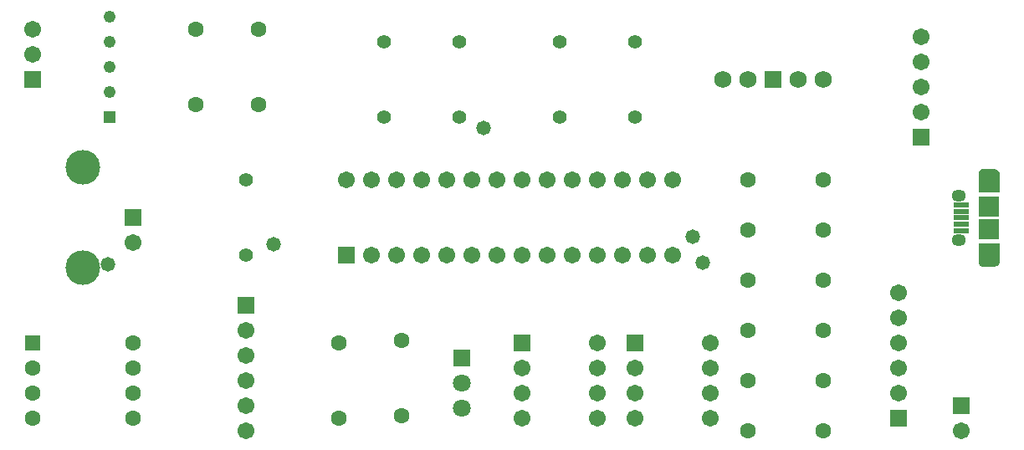
<source format=gts>
G04 Layer_Color=8388736*
%FSLAX24Y24*%
%MOIN*%
G70*
G01*
G75*
%ADD35R,0.0611X0.0237*%
%ADD36R,0.0828X0.0789*%
%ADD37C,0.0630*%
%ADD38R,0.0630X0.0630*%
%ADD39R,0.0671X0.0671*%
%ADD40C,0.0671*%
%ADD41C,0.0480*%
%ADD42R,0.0480X0.0480*%
%ADD43C,0.0680*%
%ADD44R,0.0680X0.0680*%
%ADD45C,0.0631*%
%ADD46R,0.0710X0.0710*%
%ADD47C,0.0710*%
%ADD48R,0.0671X0.0671*%
%ADD49C,0.1379*%
%ADD50O,0.0572X0.0493*%
%ADD51C,0.0552*%
%ADD52C,0.0580*%
G36*
X41484Y8978D02*
X41489Y8977D01*
X41494Y8975D01*
X41498Y8973D01*
X41503Y8970D01*
X41507Y8966D01*
X41510Y8962D01*
X41513Y8958D01*
X41515Y8953D01*
X41517Y8948D01*
X41518Y8943D01*
X41518Y8938D01*
Y8275D01*
Y8235D01*
X41518Y8230D01*
X41517Y8225D01*
X41515Y8220D01*
X41485Y8148D01*
X41485Y8148D01*
X41485Y8146D01*
X41483Y8143D01*
X41480Y8139D01*
X41477Y8135D01*
X41477Y8135D01*
X41421Y8079D01*
X41421Y8079D01*
X41419Y8078D01*
X41417Y8076D01*
X41414Y8074D01*
X41413Y8073D01*
X41411Y8072D01*
X41408Y8071D01*
X41408Y8071D01*
X41336Y8041D01*
X41331Y8039D01*
X41326Y8038D01*
X41321Y8038D01*
X40825D01*
X40820Y8038D01*
X40815Y8039D01*
X40810Y8041D01*
X40766Y8059D01*
X40761Y8061D01*
X40757Y8064D01*
X40753Y8067D01*
X40720Y8101D01*
X40720Y8101D01*
X40716Y8105D01*
X40714Y8109D01*
X40712Y8112D01*
X40711Y8114D01*
X40711Y8114D01*
X40693Y8157D01*
X40692Y8162D01*
X40691Y8167D01*
X40690Y8172D01*
Y8196D01*
Y8938D01*
X40691Y8943D01*
X40692Y8948D01*
X40693Y8953D01*
X40696Y8958D01*
X40699Y8962D01*
X40702Y8966D01*
X40706Y8970D01*
X40710Y8973D01*
X40715Y8975D01*
X40720Y8977D01*
X40725Y8978D01*
X40730Y8978D01*
X41478D01*
X41484Y8978D01*
D02*
G37*
G36*
X41326Y11938D02*
X41331Y11937D01*
X41333Y11937D01*
X41336Y11936D01*
X41336Y11936D01*
X41408Y11906D01*
X41408Y11906D01*
X41413Y11903D01*
X41417Y11900D01*
X41421Y11897D01*
X41477Y11842D01*
X41477Y11842D01*
X41480Y11838D01*
X41483Y11833D01*
X41485Y11830D01*
X41485Y11829D01*
X41485Y11829D01*
X41515Y11756D01*
X41517Y11751D01*
X41518Y11746D01*
X41518Y11741D01*
Y11702D01*
Y11038D01*
X41518Y11033D01*
X41517Y11028D01*
X41515Y11023D01*
X41513Y11018D01*
X41510Y11014D01*
X41507Y11010D01*
X41503Y11007D01*
X41498Y11004D01*
X41494Y11001D01*
X41489Y11000D01*
X41484Y10999D01*
X41478Y10998D01*
X40730D01*
X40725Y10999D01*
X40720Y11000D01*
X40715Y11001D01*
X40710Y11004D01*
X40706Y11007D01*
X40702Y11010D01*
X40699Y11014D01*
X40696Y11018D01*
X40693Y11023D01*
X40692Y11028D01*
X40691Y11033D01*
X40690Y11038D01*
Y11781D01*
Y11804D01*
X40691Y11809D01*
X40692Y11814D01*
X40693Y11819D01*
X40711Y11863D01*
X40711Y11863D01*
X40712Y11864D01*
X40714Y11867D01*
X40716Y11872D01*
X40720Y11876D01*
X40720Y11876D01*
X40753Y11909D01*
X40753Y11909D01*
X40757Y11912D01*
X40761Y11915D01*
X40766Y11918D01*
X40766Y11918D01*
X40810Y11936D01*
X40810Y11936D01*
X40813Y11937D01*
X40815Y11937D01*
X40820Y11938D01*
X40825Y11939D01*
X40825D01*
D01*
X41321D01*
D01*
X41321D01*
X41326Y11938D01*
D02*
G37*
D35*
X40000Y10244D02*
D03*
Y9988D02*
D03*
Y9732D02*
D03*
Y10500D02*
D03*
Y9476D02*
D03*
D36*
X41104Y9535D02*
D03*
Y10441D02*
D03*
D37*
X7000Y2000D02*
D03*
Y3000D02*
D03*
Y4000D02*
D03*
Y5000D02*
D03*
X3000Y2000D02*
D03*
Y3000D02*
D03*
Y4000D02*
D03*
D38*
Y5000D02*
D03*
D39*
X11500Y6500D02*
D03*
X38400Y13200D02*
D03*
X15500Y8500D02*
D03*
X37500Y2000D02*
D03*
X3000Y15500D02*
D03*
X40000Y2500D02*
D03*
D40*
X11500Y5500D02*
D03*
Y4500D02*
D03*
Y3500D02*
D03*
Y2500D02*
D03*
Y1500D02*
D03*
X38400Y17200D02*
D03*
Y16200D02*
D03*
Y15200D02*
D03*
Y14200D02*
D03*
X16500Y8500D02*
D03*
X17500D02*
D03*
X18500D02*
D03*
X19500D02*
D03*
X20500D02*
D03*
X21500D02*
D03*
X22500D02*
D03*
X23500D02*
D03*
X24500D02*
D03*
X25500D02*
D03*
X26500D02*
D03*
X27500D02*
D03*
X28500D02*
D03*
X15500Y11500D02*
D03*
X16500D02*
D03*
X17500D02*
D03*
X18500D02*
D03*
X19500D02*
D03*
X20500D02*
D03*
X21500D02*
D03*
X22500D02*
D03*
X23500D02*
D03*
X24500D02*
D03*
X25500D02*
D03*
X26500D02*
D03*
X27500D02*
D03*
X28500D02*
D03*
X7000Y9016D02*
D03*
X37500Y3000D02*
D03*
Y4000D02*
D03*
Y5000D02*
D03*
Y6000D02*
D03*
Y7000D02*
D03*
X3000Y17500D02*
D03*
Y16500D02*
D03*
X25500Y2000D02*
D03*
Y3000D02*
D03*
Y4000D02*
D03*
Y5000D02*
D03*
X22500Y2000D02*
D03*
Y3000D02*
D03*
Y4000D02*
D03*
X40000Y1500D02*
D03*
X30000Y2000D02*
D03*
Y3000D02*
D03*
Y4000D02*
D03*
Y5000D02*
D03*
X27000Y2000D02*
D03*
Y3000D02*
D03*
Y4000D02*
D03*
D41*
X6070Y18000D02*
D03*
Y17000D02*
D03*
Y16000D02*
D03*
Y15000D02*
D03*
D42*
Y14000D02*
D03*
D43*
X30500Y15500D02*
D03*
X31500D02*
D03*
X33500D02*
D03*
X34500D02*
D03*
D44*
X32500D02*
D03*
D45*
X17700Y2100D02*
D03*
Y5100D02*
D03*
X15200Y2000D02*
D03*
Y5000D02*
D03*
X12000Y14500D02*
D03*
Y17500D02*
D03*
X9500D02*
D03*
Y14500D02*
D03*
X34500Y11500D02*
D03*
X31500D02*
D03*
X34500Y9500D02*
D03*
X31500D02*
D03*
X34500Y7500D02*
D03*
X31500D02*
D03*
X34500Y5500D02*
D03*
X31500D02*
D03*
X34500Y3500D02*
D03*
X31500D02*
D03*
X34500Y1500D02*
D03*
X31500D02*
D03*
D46*
X20100Y4400D02*
D03*
D47*
Y3400D02*
D03*
Y2400D02*
D03*
D48*
X7000Y10000D02*
D03*
X22500Y5000D02*
D03*
X27000D02*
D03*
D49*
X4992Y7992D02*
D03*
Y12008D02*
D03*
D50*
X39902Y9112D02*
D03*
Y10864D02*
D03*
D51*
X20000Y17000D02*
D03*
X17000D02*
D03*
X24000D02*
D03*
X27000D02*
D03*
X11500Y8500D02*
D03*
Y11500D02*
D03*
X20000Y14000D02*
D03*
X17000D02*
D03*
X24000D02*
D03*
X27000D02*
D03*
D52*
X20950Y13560D02*
D03*
X29680Y8220D02*
D03*
X6000Y8150D02*
D03*
X29280Y9240D02*
D03*
X12590Y8950D02*
D03*
M02*

</source>
